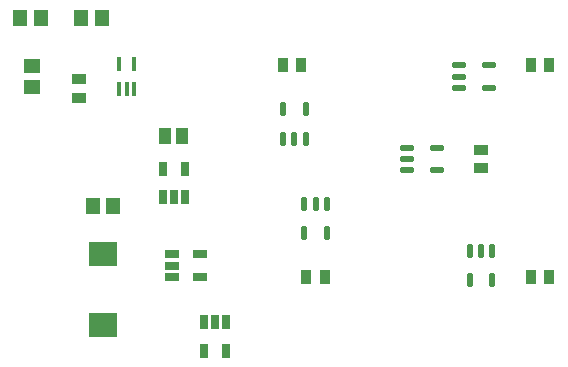
<source format=gbp>
G04*
G04 #@! TF.GenerationSoftware,Altium Limited,Altium Designer,24.1.2 (44)*
G04*
G04 Layer_Color=128*
%FSLAX44Y44*%
%MOMM*%
G71*
G04*
G04 #@! TF.SameCoordinates,213EFF85-FE73-46F0-9486-E91859054EE2*
G04*
G04*
G04 #@! TF.FilePolarity,Positive*
G04*
G01*
G75*
%ADD16R,1.0546X1.3562*%
G04:AMPARAMS|DCode=36|XSize=1.22mm|YSize=0.5mm|CornerRadius=0.0625mm|HoleSize=0mm|Usage=FLASHONLY|Rotation=90.000|XOffset=0mm|YOffset=0mm|HoleType=Round|Shape=RoundedRectangle|*
%AMROUNDEDRECTD36*
21,1,1.2200,0.3750,0,0,90.0*
21,1,1.0950,0.5000,0,0,90.0*
1,1,0.1250,0.1875,0.5475*
1,1,0.1250,0.1875,-0.5475*
1,1,0.1250,-0.1875,-0.5475*
1,1,0.1250,-0.1875,0.5475*
%
%ADD36ROUNDEDRECTD36*%
%ADD37R,0.7000X1.3000*%
G04:AMPARAMS|DCode=38|XSize=1.22mm|YSize=0.5mm|CornerRadius=0.0625mm|HoleSize=0mm|Usage=FLASHONLY|Rotation=0.000|XOffset=0mm|YOffset=0mm|HoleType=Round|Shape=RoundedRectangle|*
%AMROUNDEDRECTD38*
21,1,1.2200,0.3750,0,0,0.0*
21,1,1.0950,0.5000,0,0,0.0*
1,1,0.1250,0.5475,-0.1875*
1,1,0.1250,-0.5475,-0.1875*
1,1,0.1250,-0.5475,0.1875*
1,1,0.1250,0.5475,0.1875*
%
%ADD38ROUNDEDRECTD38*%
%ADD39R,0.3500X1.1500*%
%ADD40R,0.9061X1.3098*%
%ADD41R,1.4500X1.1500*%
%ADD42R,1.3098X0.9061*%
%ADD43R,2.3300X1.9900*%
%ADD44R,1.3000X0.7000*%
%ADD45R,1.1500X1.4500*%
D16*
X212742Y220000D02*
D03*
X227258D02*
D03*
D36*
X331500Y217550D02*
D03*
X322000D02*
D03*
X312500D02*
D03*
Y242450D02*
D03*
X331500D02*
D03*
X330500Y137550D02*
D03*
X349500D02*
D03*
Y162450D02*
D03*
X340000D02*
D03*
X330500D02*
D03*
X470500Y97550D02*
D03*
X489500D02*
D03*
Y122450D02*
D03*
X480000D02*
D03*
X470500D02*
D03*
D37*
X245497Y61999D02*
D03*
X254998D02*
D03*
X264498D02*
D03*
Y37999D02*
D03*
X245497D02*
D03*
X229500Y168000D02*
D03*
X220000D02*
D03*
X210500D02*
D03*
Y192000D02*
D03*
X229500D02*
D03*
D38*
X442450Y190500D02*
D03*
Y209500D02*
D03*
X417550D02*
D03*
Y200000D02*
D03*
Y190500D02*
D03*
X486450Y260500D02*
D03*
Y279500D02*
D03*
X461550D02*
D03*
Y270000D02*
D03*
Y260500D02*
D03*
D39*
X186500Y259750D02*
D03*
X180000D02*
D03*
X173500D02*
D03*
Y280250D02*
D03*
X186500D02*
D03*
D40*
X312239Y280000D02*
D03*
X327761D02*
D03*
X537761Y100000D02*
D03*
X522239D02*
D03*
X537761Y280000D02*
D03*
X522239D02*
D03*
X332239Y100000D02*
D03*
X347761D02*
D03*
D41*
X100000Y278750D02*
D03*
Y261250D02*
D03*
D42*
X480000Y192239D02*
D03*
Y207761D02*
D03*
X140000Y252239D02*
D03*
Y267761D02*
D03*
D43*
X160000Y120100D02*
D03*
Y59900D02*
D03*
D44*
X218000Y100500D02*
D03*
Y110000D02*
D03*
Y119500D02*
D03*
X242000D02*
D03*
Y100500D02*
D03*
D45*
X141250Y320000D02*
D03*
X158750D02*
D03*
X90000D02*
D03*
X107500D02*
D03*
X151250Y160000D02*
D03*
X168750D02*
D03*
M02*

</source>
